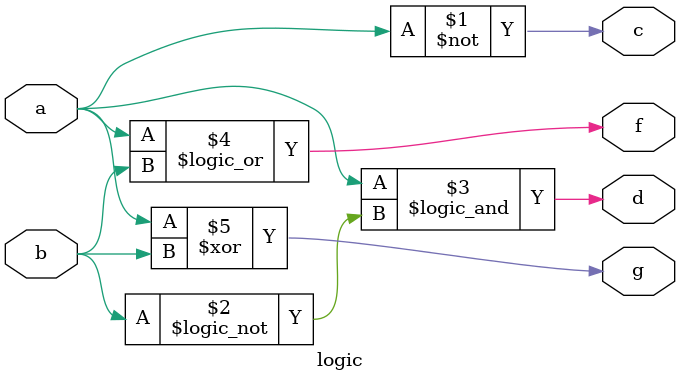
<source format=v>
module logic(a,b,c,d,f,g);
input a;
input b;
output c;
output d;
output f;
output g;
assign c = ~a;
assign d = a&&!b;
assign f = a||b;
assign g = a^b;
endmodule


</source>
